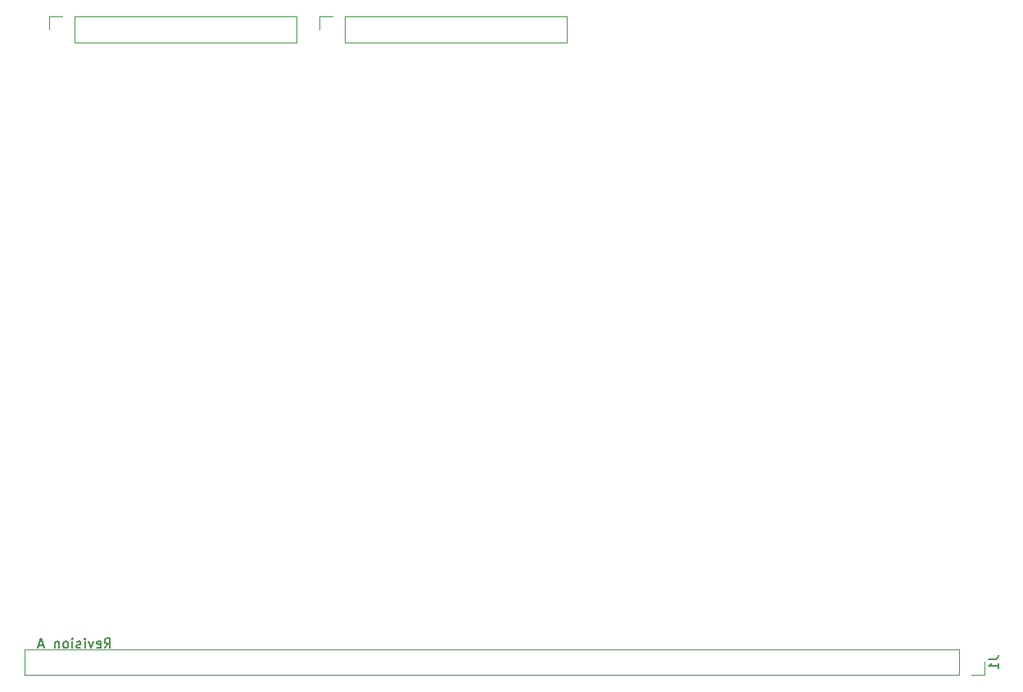
<source format=gbo>
G04 #@! TF.FileFunction,Legend,Bot*
%FSLAX46Y46*%
G04 Gerber Fmt 4.6, Leading zero omitted, Abs format (unit mm)*
G04 Created by KiCad (PCBNEW 4.0.7) date 12/23/19 18:48:18*
%MOMM*%
%LPD*%
G01*
G04 APERTURE LIST*
%ADD10C,0.100000*%
%ADD11C,0.150000*%
%ADD12C,0.120000*%
G04 APERTURE END LIST*
D10*
D11*
X108505238Y-143962381D02*
X108838572Y-143486190D01*
X109076667Y-143962381D02*
X109076667Y-142962381D01*
X108695714Y-142962381D01*
X108600476Y-143010000D01*
X108552857Y-143057619D01*
X108505238Y-143152857D01*
X108505238Y-143295714D01*
X108552857Y-143390952D01*
X108600476Y-143438571D01*
X108695714Y-143486190D01*
X109076667Y-143486190D01*
X107695714Y-143914762D02*
X107790952Y-143962381D01*
X107981429Y-143962381D01*
X108076667Y-143914762D01*
X108124286Y-143819524D01*
X108124286Y-143438571D01*
X108076667Y-143343333D01*
X107981429Y-143295714D01*
X107790952Y-143295714D01*
X107695714Y-143343333D01*
X107648095Y-143438571D01*
X107648095Y-143533810D01*
X108124286Y-143629048D01*
X107314762Y-143295714D02*
X107076667Y-143962381D01*
X106838571Y-143295714D01*
X106457619Y-143962381D02*
X106457619Y-143295714D01*
X106457619Y-142962381D02*
X106505238Y-143010000D01*
X106457619Y-143057619D01*
X106410000Y-143010000D01*
X106457619Y-142962381D01*
X106457619Y-143057619D01*
X106029048Y-143914762D02*
X105933810Y-143962381D01*
X105743334Y-143962381D01*
X105648095Y-143914762D01*
X105600476Y-143819524D01*
X105600476Y-143771905D01*
X105648095Y-143676667D01*
X105743334Y-143629048D01*
X105886191Y-143629048D01*
X105981429Y-143581429D01*
X106029048Y-143486190D01*
X106029048Y-143438571D01*
X105981429Y-143343333D01*
X105886191Y-143295714D01*
X105743334Y-143295714D01*
X105648095Y-143343333D01*
X105171905Y-143962381D02*
X105171905Y-143295714D01*
X105171905Y-142962381D02*
X105219524Y-143010000D01*
X105171905Y-143057619D01*
X105124286Y-143010000D01*
X105171905Y-142962381D01*
X105171905Y-143057619D01*
X104552858Y-143962381D02*
X104648096Y-143914762D01*
X104695715Y-143867143D01*
X104743334Y-143771905D01*
X104743334Y-143486190D01*
X104695715Y-143390952D01*
X104648096Y-143343333D01*
X104552858Y-143295714D01*
X104410000Y-143295714D01*
X104314762Y-143343333D01*
X104267143Y-143390952D01*
X104219524Y-143486190D01*
X104219524Y-143771905D01*
X104267143Y-143867143D01*
X104314762Y-143914762D01*
X104410000Y-143962381D01*
X104552858Y-143962381D01*
X103790953Y-143295714D02*
X103790953Y-143962381D01*
X103790953Y-143390952D02*
X103743334Y-143343333D01*
X103648096Y-143295714D01*
X103505238Y-143295714D01*
X103410000Y-143343333D01*
X103362381Y-143438571D01*
X103362381Y-143962381D01*
X102171905Y-143676667D02*
X101695714Y-143676667D01*
X102267143Y-143962381D02*
X101933810Y-142962381D01*
X101600476Y-143962381D01*
D12*
X128330000Y-78680000D02*
X128330000Y-81340000D01*
X105410000Y-78680000D02*
X128330000Y-78680000D01*
X105410000Y-81340000D02*
X128330000Y-81340000D01*
X105410000Y-78680000D02*
X105410000Y-81340000D01*
X104140000Y-78680000D02*
X102810000Y-78680000D01*
X102810000Y-78680000D02*
X102810000Y-80010000D01*
X156270000Y-78680000D02*
X156270000Y-81340000D01*
X133350000Y-78680000D02*
X156270000Y-78680000D01*
X133350000Y-81340000D02*
X156270000Y-81340000D01*
X133350000Y-78680000D02*
X133350000Y-81340000D01*
X132080000Y-78680000D02*
X130750000Y-78680000D01*
X130750000Y-78680000D02*
X130750000Y-80010000D01*
X100270000Y-146745000D02*
X100270000Y-144085000D01*
X196850000Y-146745000D02*
X100270000Y-146745000D01*
X196850000Y-144085000D02*
X100270000Y-144085000D01*
X196850000Y-146745000D02*
X196850000Y-144085000D01*
X198120000Y-146745000D02*
X199450000Y-146745000D01*
X199450000Y-146745000D02*
X199450000Y-145415000D01*
D11*
X199902381Y-145081667D02*
X200616667Y-145081667D01*
X200759524Y-145034047D01*
X200854762Y-144938809D01*
X200902381Y-144795952D01*
X200902381Y-144700714D01*
X200902381Y-146081667D02*
X200902381Y-145510238D01*
X200902381Y-145795952D02*
X199902381Y-145795952D01*
X200045238Y-145700714D01*
X200140476Y-145605476D01*
X200188095Y-145510238D01*
M02*

</source>
